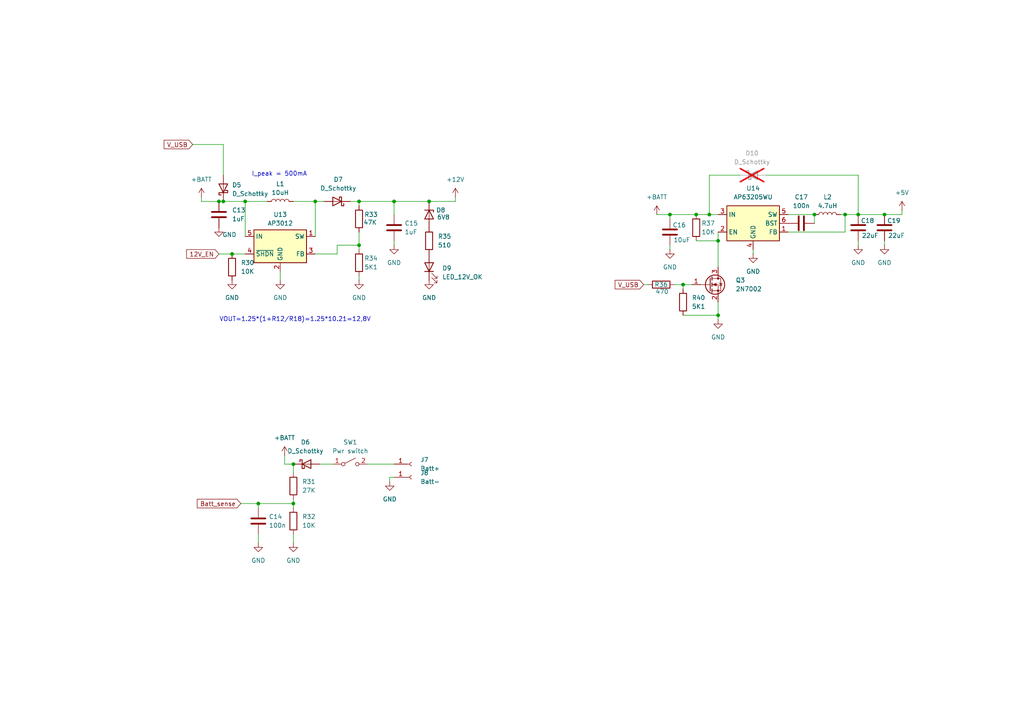
<source format=kicad_sch>
(kicad_sch (version 20231120) (generator "eeschema") (generator_version "8.0")
  (paper "A4")
  (lib_symbols
    (symbol "Connector:Conn_01x01_Socket" (pin_names (offset 1.016) hide)
      (property "Reference" "J" (at 0 2.54 0))
      (property "Value" "Conn_01x01_Socket" (at 0 -2.54 0))
      (symbol "Conn_01x01_Socket_1_1"
        (polyline (pts (xy -1.27 0) (xy -0.508 0)) (stroke (width 0.1524)))
        (arc (start 0 0.508) (mid -0.5058 0) (end 0 -0.508) (stroke (width 0.1524)))
        (pin passive line (at -5.08 0 0) (length 3.81) (name "Pin_1") (number "1"))
      )
    )
    (symbol "Device:C" (pin_numbers hide) (pin_names (offset 0.254))
      (property "Reference" "C" (at 0.635 2.54 0))
      (property "Value" "C" (at 0.635 -2.54 0))
      (symbol "C_0_1"
        (polyline (pts (xy -2.032 -0.762) (xy 2.032 -0.762)) (stroke (width 0.508)))
        (polyline (pts (xy -2.032 0.762) (xy 2.032 0.762)) (stroke (width 0.508)))
      )
      (symbol "C_1_1"
        (pin passive line (at 0 3.81 270) (length 2.794) (name "~") (number "1"))
        (pin passive line (at 0 -3.81 90) (length 2.794) (name "~") (number "2"))
      )
    )
    (symbol "Device:D_Schottky" (pin_numbers hide) (pin_names (offset 1.016) hide)
      (property "Reference" "D" (at 0 2.54 0))
      (property "Value" "D_Schottky" (at 0 -2.54 0))
      (symbol "D_Schottky_0_1"
        (polyline (pts (xy 1.27 0) (xy -1.27 0)))
        (polyline (pts (xy 1.27 1.27) (xy 1.27 -1.27) (xy -1.27 0) (xy 1.27 1.27)) (stroke (width 0.254)))
        (polyline (pts (xy -1.905 0.635) (xy -1.905 1.27) (xy -1.27 1.27) (xy -1.27 -1.27) (xy -0.635 -1.27) (xy -0.635 -0.635)) (stroke (width 0.254)))
      )
      (symbol "D_Schottky_1_1"
        (pin passive line (at -3.81 0 0) (length 2.54) (name "K") (number "1"))
        (pin passive line (at 3.81 0 180) (length 2.54) (name "A") (number "2"))
      )
    )
    (symbol "Device:D_Zener" (pin_numbers hide) (pin_names (offset 1.016) hide)
      (property "Reference" "D" (at 0 2.54 0))
      (property "Value" "D_Zener" (at 0 -2.54 0))
      (symbol "D_Zener_0_1"
        (polyline (pts (xy 1.27 0) (xy -1.27 0)))
        (polyline (pts (xy -1.27 -1.27) (xy -1.27 1.27) (xy -0.762 1.27)) (stroke (width 0.254)))
        (polyline (pts (xy 1.27 -1.27) (xy 1.27 1.27) (xy -1.27 0) (xy 1.27 -1.27)) (stroke (width 0.254)))
      )
      (symbol "D_Zener_1_1"
        (pin passive line (at -3.81 0 0) (length 2.54) (name "K") (number "1"))
        (pin passive line (at 3.81 0 180) (length 2.54) (name "A") (number "2"))
      )
    )
    (symbol "Device:L" (pin_numbers hide) (pin_names (offset 1.016) hide)
      (property "Reference" "L" (at -1.27 0 90))
      (property "Value" "L" (at 1.905 0 90))
      (symbol "L_0_1"
        (arc (start 0 -2.54) (mid 0.6323 -1.905) (end 0 -1.27))
        (arc (start 0 -1.27) (mid 0.6323 -0.635) (end 0 0))
        (arc (start 0 0) (mid 0.6323 0.635) (end 0 1.27))
        (arc (start 0 1.27) (mid 0.6323 1.905) (end 0 2.54))
      )
      (symbol "L_1_1"
        (pin passive line (at 0 3.81 270) (length 1.27) (name "1") (number "1"))
        (pin passive line (at 0 -3.81 90) (length 1.27) (name "2") (number "2"))
      )
    )
    (symbol "Device:LED" (pin_numbers hide) (pin_names (offset 1.016) hide)
      (property "Reference" "D" (at 0 2.54 0))
      (property "Value" "LED" (at 0 -2.54 0))
      (symbol "LED_0_1"
        (polyline (pts (xy -1.27 -1.27) (xy -1.27 1.27)) (stroke (width 0.254)))
        (polyline (pts (xy -1.27 0) (xy 1.27 0)))
        (polyline (pts (xy 1.27 -1.27) (xy 1.27 1.27) (xy -1.27 0) (xy 1.27 -1.27)) (stroke (width 0.254)))
        (polyline (pts (xy -3.048 -0.762) (xy -4.572 -2.286) (xy -3.81 -2.286) (xy -4.572 -2.286) (xy -4.572 -1.524)))
        (polyline (pts (xy -1.778 -0.762) (xy -3.302 -2.286) (xy -2.54 -2.286) (xy -3.302 -2.286) (xy -3.302 -1.524)))
      )
      (symbol "LED_1_1"
        (pin passive line (at -3.81 0 0) (length 2.54) (name "K") (number "1"))
        (pin passive line (at 3.81 0 180) (length 2.54) (name "A") (number "2"))
      )
    )
    (symbol "Device:R" (pin_numbers hide) (pin_names (offset 0))
      (property "Reference" "R" (at 2.032 0 90))
      (property "Value" "R" (at 0 0 90))
      (symbol "R_0_1"
        (rectangle (start -1.016 -2.54) (end 1.016 2.54) (stroke (width 0.254)))
      )
      (symbol "R_1_1"
        (pin passive line (at 0 3.81 270) (length 1.27) (name "~") (number "1"))
        (pin passive line (at 0 -3.81 90) (length 1.27) (name "~") (number "2"))
      )
    )
    (symbol "Regulator_Switching:AP3012"
      (property "Reference" "U" (at -7.62 5.715 0))
      (property "Value" "AP3012" (at 0 5.715 0))
      (symbol "AP3012_0_1"
        (rectangle (start -7.62 4.445) (end 7.62 -5.08) (stroke (width 0.254)) (fill (type background)))
      )
      (symbol "AP3012_1_1"
        (pin passive line (at 10.16 2.54 180) (length 2.54) (name "SW") (number "1"))
        (pin power_in line (at 0 -7.62 90) (length 2.54) (name "GND") (number "2"))
        (pin input line (at 10.16 -2.54 180) (length 2.54) (name "FB") (number "3"))
        (pin input line (at -10.16 -2.54 0) (length 2.54) (name "~{SHDN}") (number "4"))
        (pin power_in line (at -10.16 2.54 0) (length 2.54) (name "IN") (number "5"))
      )
    )
    (symbol "Regulator_Switching:AP63205WU"
      (property "Reference" "U" (at -7.62 6.35 0))
      (property "Value" "AP63205WU" (at 2.54 6.35 0))
      (symbol "AP63205WU_0_1"
        (rectangle (start -7.62 5.08) (end 7.62 -5.08) (stroke (width 0.254)) (fill (type background)))
      )
      (symbol "AP63205WU_1_1"
        (pin input line (at 10.16 -2.54 180) (length 2.54) (name "FB") (number "1"))
        (pin input line (at -10.16 -2.54 0) (length 2.54) (name "EN") (number "2"))
        (pin power_in line (at -10.16 2.54 0) (length 2.54) (name "IN") (number "3"))
        (pin power_in line (at 0 -7.62 90) (length 2.54) (name "GND") (number "4"))
        (pin output line (at 10.16 2.54 180) (length 2.54) (name "SW") (number "5"))
        (pin passive line (at 10.16 0 180) (length 2.54) (name "BST") (number "6"))
      )
    )
    (symbol "Switch:SW_SPST" (pin_names (offset 0) hide)
      (property "Reference" "SW" (at 0 3.175 0))
      (property "Value" "SW_SPST" (at 0 -2.54 0))
      (symbol "SW_SPST_0_0"
        (circle (center -2.032 0) (radius 0.508))
        (polyline (pts (xy -1.524 0.254) (xy 1.524 1.778)))
        (circle (center 2.032 0) (radius 0.508))
      )
      (symbol "SW_SPST_1_1"
        (pin passive line (at -5.08 0 0) (length 2.54) (name "A") (number "1"))
        (pin passive line (at 5.08 0 180) (length 2.54) (name "B") (number "2"))
      )
    )
    (symbol "Transistor_FET:2N7002" (pin_names hide)
      (property "Reference" "Q" (at 5.08 1.905 0))
      (property "Value" "2N7002" (at 5.08 0 0))
      (symbol "2N7002_0_1"
        (polyline (pts (xy 0.254 0) (xy -2.54 0)))
        (polyline (pts (xy 0.254 1.905) (xy 0.254 -1.905)) (stroke (width 0.254)))
        (polyline (pts (xy 0.762 -1.27) (xy 0.762 -2.286)) (stroke (width 0.254)))
        (polyline (pts (xy 0.762 0.508) (xy 0.762 -0.508)) (stroke (width 0.254)))
        (polyline (pts (xy 0.762 2.286) (xy 0.762 1.27)) (stroke (width 0.254)))
        (polyline (pts (xy 2.54 2.54) (xy 2.54 1.778)))
        (polyline (pts (xy 2.54 -2.54) (xy 2.54 0) (xy 0.762 0)))
        (polyline (pts (xy 0.762 -1.778) (xy 3.302 -1.778) (xy 3.302 1.778) (xy 0.762 1.778)))
        (polyline (pts (xy 1.016 0) (xy 2.032 0.381) (xy 2.032 -0.381) (xy 1.016 0)) (fill (type outline)))
        (polyline (pts (xy 2.794 0.508) (xy 2.921 0.381) (xy 3.683 0.381) (xy 3.81 0.254)))
        (polyline (pts (xy 3.302 0.381) (xy 2.921 -0.254) (xy 3.683 -0.254) (xy 3.302 0.381)))
        (circle (center 1.651 0) (radius 2.794) (stroke (width 0.254)))
        (circle (center 2.54 -1.778) (radius 0.254) (fill (type outline)))
        (circle (center 2.54 1.778) (radius 0.254) (fill (type outline)))
      )
      (symbol "2N7002_1_1"
        (pin input line (at -5.08 0 0) (length 2.54) (name "G") (number "1"))
        (pin passive line (at 2.54 -5.08 90) (length 2.54) (name "S") (number "2"))
        (pin passive line (at 2.54 5.08 270) (length 2.54) (name "D") (number "3"))
      )
    )
    (symbol "power:+12V" (power) (pin_numbers hide) (pin_names (offset 0) hide)
      (property "Value" "+12V" (at 0 3.556 0))
      (symbol "+12V_0_1"
        (polyline (pts (xy -0.762 1.27) (xy 0 2.54)))
        (polyline (pts (xy 0 0) (xy 0 2.54)))
        (polyline (pts (xy 0 2.54) (xy 0.762 1.27)))
      )
      (symbol "+12V_1_1"
        (pin power_in line (at 0 0 90) (length 0) (name "~") (number "1"))
      )
    )
    (symbol "power:+5V" (power) (pin_numbers hide) (pin_names (offset 0) hide)
      (property "Value" "+5V" (at 0 3.556 0))
      (symbol "+5V_0_1"
        (polyline (pts (xy -0.762 1.27) (xy 0 2.54)))
        (polyline (pts (xy 0 0) (xy 0 2.54)))
        (polyline (pts (xy 0 2.54) (xy 0.762 1.27)))
      )
      (symbol "+5V_1_1"
        (pin power_in line (at 0 0 90) (length 0) (name "~") (number "1"))
      )
    )
    (symbol "power:+BATT" (power) (pin_numbers hide) (pin_names (offset 0) hide)
      (property "Value" "+BATT" (at 0 3.556 0))
      (symbol "+BATT_0_1"
        (polyline (pts (xy -0.762 1.27) (xy 0 2.54)))
        (polyline (pts (xy 0 0) (xy 0 2.54)))
        (polyline (pts (xy 0 2.54) (xy 0.762 1.27)))
      )
      (symbol "+BATT_1_1"
        (pin power_in line (at 0 0 90) (length 0) (name "~") (number "1"))
      )
    )
    (symbol "power:GND" (power) (pin_numbers hide) (pin_names (offset 0) hide)
      (property "Value" "GND" (at 0 -3.81 0))
      (symbol "GND_0_1"
        (polyline (pts (xy 0 0) (xy 0 -1.27) (xy 1.27 -1.27) (xy 0 -2.54) (xy -1.27 -1.27) (xy 0 -1.27)))
      )
      (symbol "GND_1_1"
        (pin power_in line (at 0 0 270) (length 0) (name "~") (number "1"))
      )
    )
  )
  (junction (at 248.92 62.23))
  (junction (at 104.14 58.42))
  (junction (at 198.12 82.55))
  (junction (at 201.93 62.23))
  (junction (at 208.28 69.85))
  (junction (at 63.5 58.42))
  (junction (at 67.31 73.66))
  (junction (at 194.31 62.23))
  (junction (at 74.93 146.05))
  (junction (at 104.14 71.12))
  (junction (at 236.22 62.23))
  (junction (at 85.09 146.05))
  (junction (at 85.09 134.62))
  (junction (at 64.77 58.42))
  (junction (at 124.46 58.42))
  (junction (at 71.12 58.42))
  (junction (at 208.28 91.44))
  (junction (at 205.74 62.23))
  (junction (at 91.44 58.42))
  (junction (at 256.54 62.23))
  (junction (at 245.11 62.23))
  (junction (at 114.3 58.42))
  (wire (pts (xy 208.28 69.85) (xy 208.28 77.47)))
  (wire (pts (xy 256.54 69.85) (xy 256.54 71.12)))
  (wire (pts (xy 201.93 62.23) (xy 205.74 62.23)))
  (wire (pts (xy 58.42 58.42) (xy 63.5 58.42)))
  (wire (pts (xy 97.79 73.66) (xy 91.44 73.66)))
  (wire (pts (xy 214.63 50.8) (xy 205.74 50.8)))
  (wire (pts (xy 64.77 41.91) (xy 64.77 50.8)))
  (wire (pts (xy 245.11 67.31) (xy 245.11 62.23)))
  (wire (pts (xy 82.55 134.62) (xy 82.55 132.08)))
  (wire (pts (xy 198.12 82.55) (xy 198.12 83.82)))
  (wire (pts (xy 85.09 146.05) (xy 85.09 147.32)))
  (wire (pts (xy 248.92 69.85) (xy 248.92 71.12)))
  (wire (pts (xy 208.28 67.31) (xy 208.28 69.85)))
  (wire (pts (xy 104.14 80.01) (xy 104.14 81.28)))
  (wire (pts (xy 248.92 62.23) (xy 256.54 62.23)))
  (wire (pts (xy 69.85 146.05) (xy 74.93 146.05)))
  (wire (pts (xy 245.11 62.23) (xy 248.92 62.23)))
  (wire (pts (xy 186.69 82.55) (xy 187.96 82.55)))
  (wire (pts (xy 85.09 134.62) (xy 85.09 137.16)))
  (wire (pts (xy 71.12 58.42) (xy 77.47 58.42)))
  (wire (pts (xy 124.46 58.42) (xy 132.08 58.42)))
  (wire (pts (xy 74.93 154.94) (xy 74.93 157.48)))
  (wire (pts (xy 205.74 62.23) (xy 208.28 62.23)))
  (wire (pts (xy 222.25 50.8) (xy 248.92 50.8)))
  (wire (pts (xy 114.3 58.42) (xy 124.46 58.42)))
  (wire (pts (xy 101.6 58.42) (xy 104.14 58.42)))
  (wire (pts (xy 85.09 58.42) (xy 91.44 58.42)))
  (wire (pts (xy 198.12 82.55) (xy 200.66 82.55)))
  (wire (pts (xy 205.74 50.8) (xy 205.74 62.23)))
  (wire (pts (xy 256.54 62.23) (xy 261.62 62.23)))
  (wire (pts (xy 248.92 50.8) (xy 248.92 62.23)))
  (wire (pts (xy 245.11 62.23) (xy 243.84 62.23)))
  (wire (pts (xy 64.77 58.42) (xy 71.12 58.42)))
  (wire (pts (xy 114.3 69.85) (xy 114.3 71.12)))
  (wire (pts (xy 92.71 134.62) (xy 96.52 134.62)))
  (wire (pts (xy 67.31 73.66) (xy 71.12 73.66)))
  (wire (pts (xy 195.58 82.55) (xy 198.12 82.55)))
  (wire (pts (xy 104.14 58.42) (xy 104.14 59.69)))
  (wire (pts (xy 63.5 73.66) (xy 67.31 73.66)))
  (wire (pts (xy 85.09 144.78) (xy 85.09 146.05)))
  (wire (pts (xy 74.93 146.05) (xy 74.93 147.32)))
  (wire (pts (xy 97.79 71.12) (xy 97.79 73.66)))
  (wire (pts (xy 132.08 58.42) (xy 132.08 57.15)))
  (wire (pts (xy 228.6 62.23) (xy 236.22 62.23)))
  (wire (pts (xy 208.28 91.44) (xy 208.28 87.63)))
  (wire (pts (xy 91.44 58.42) (xy 91.44 68.58)))
  (wire (pts (xy 91.44 58.42) (xy 93.98 58.42)))
  (wire (pts (xy 104.14 71.12) (xy 97.79 71.12)))
  (wire (pts (xy 113.03 138.43) (xy 114.3 138.43)))
  (wire (pts (xy 218.44 72.39) (xy 218.44 73.66)))
  (wire (pts (xy 228.6 67.31) (xy 245.11 67.31)))
  (wire (pts (xy 198.12 91.44) (xy 208.28 91.44)))
  (wire (pts (xy 85.09 134.62) (xy 82.55 134.62)))
  (wire (pts (xy 71.12 68.58) (xy 71.12 58.42)))
  (wire (pts (xy 85.09 154.94) (xy 85.09 157.48)))
  (wire (pts (xy 58.42 57.15) (xy 58.42 58.42)))
  (wire (pts (xy 104.14 58.42) (xy 114.3 58.42)))
  (wire (pts (xy 55.88 41.91) (xy 64.77 41.91)))
  (wire (pts (xy 236.22 62.23) (xy 236.22 64.77)))
  (wire (pts (xy 104.14 71.12) (xy 104.14 72.39)))
  (wire (pts (xy 106.68 134.62) (xy 114.3 134.62)))
  (wire (pts (xy 194.31 71.12) (xy 194.31 72.39)))
  (wire (pts (xy 104.14 67.31) (xy 104.14 71.12)))
  (wire (pts (xy 113.03 139.7) (xy 113.03 138.43)))
  (wire (pts (xy 201.93 69.85) (xy 208.28 69.85)))
  (wire (pts (xy 194.31 62.23) (xy 201.93 62.23)))
  (wire (pts (xy 208.28 92.71) (xy 208.28 91.44)))
  (wire (pts (xy 261.62 62.23) (xy 261.62 60.96)))
  (wire (pts (xy 114.3 62.23) (xy 114.3 58.42)))
  (wire (pts (xy 74.93 146.05) (xy 85.09 146.05)))
  (wire (pts (xy 63.5 58.42) (xy 64.77 58.42)))
  (wire (pts (xy 194.31 62.23) (xy 194.31 63.5)))
  (wire (pts (xy 190.5 62.23) (xy 194.31 62.23)))
  (wire (pts (xy 81.28 78.74) (xy 81.28 81.28)))
  (text "I_peak = 500mA" (at 81.026 50.546 0) (effects (font (size 1.27 1.27))))
  (text "VOUT=1.25*(1+R12/R18)=1.25*10.21=12,8V" (at 85.598 92.71 0) (effects (font (size 1.27 1.27))))
  (global_label "12V_EN" (shape input) (at 63.5 73.66 180) (property "Intersheetrefs" "${INTERSHEET_REFS}" (effects (hide yes))))
  (global_label "V_USB" (shape input) (at 55.88 41.91 180) (property "Intersheetrefs" "${INTERSHEET_REFS}" (effects (hide yes))))
  (global_label "V_USB" (shape input) (at 186.69 82.55 180) (property "Intersheetrefs" "${INTERSHEET_REFS}" (effects (hide yes))))
  (global_label "Batt_sense" (shape input) (at 69.85 146.05 180) (property "Intersheetrefs" "${INTERSHEET_REFS}" (effects (hide yes))))
  (symbol (lib_id "Device:R") (at 124.46 69.85 0) (unit 1)
    (property "Reference" "R35" (at 127 68.5799 0) (effects (justify left)))
    (property "Value" "510" (at 127 71.1199 0) (effects (justify left)))
    (property "Description" "Resistor" (effects (hide yes)))
  )
  (symbol (lib_id "power:GND") (at 67.31 81.28 0) (unit 1)
    (property "Reference" "#PWR048" (effects (hide yes)))
    (property "Value" "GND" (at 67.31 86.36 0))
    (property "Description" "Power symbol creates a global label with name \"GND\" , ground" (effects (hide yes)))
  )
  (symbol (lib_id "power:GND") (at 81.28 81.28 0) (unit 1)
    (property "Reference" "#PWR050" (effects (hide yes)))
    (property "Value" "GND" (at 81.28 86.36 0))
    (property "Description" "Power symbol creates a global label with name \"GND\" , ground" (effects (hide yes)))
  )
  (symbol (lib_id "Device:R") (at 104.14 63.5 0) (unit 1)
    (property "Reference" "R33" (at 105.664 62.23 0) (effects (justify left)))
    (property "Value" "47K" (at 105.41 64.516 0) (effects (justify left)))
    (property "Description" "Resistor" (effects (hide yes)))
  )
  (symbol (lib_id "power:+5V") (at 261.62 60.96 0) (unit 1)
    (property "Reference" "#PWR064" (effects (hide yes)))
    (property "Value" "+5V" (at 261.62 55.88 0))
    (property "Description" "Power symbol creates a global label with name \"+5V\"" (effects (hide yes)))
  )
  (symbol (lib_id "Regulator_Switching:AP63205WU") (at 218.44 64.77 0) (unit 1)
    (property "Reference" "U14" (at 218.44 54.61 0))
    (property "Value" "AP63205WU" (at 218.44 57.15 0))
    (property "Footprint" "Package_TO_SOT_SMD:TSOT-23-6" (effects (hide yes)))
    (property "Datasheet" "https://www.diodes.com/assets/Datasheets/AP63200-AP63201-AP63203-AP63205.pdf" (effects (hide yes)))
    (property "Description" "2A, 1.1MHz Buck DC/DC Converter, fixed 5.0V output voltage, TSOT-23-6" (effects (hide yes)))
  )
  (symbol (lib_id "Device:R") (at 85.09 151.13 0) (unit 1)
    (property "Reference" "R32" (at 87.63 149.8599 0) (effects (justify left)))
    (property "Value" "10K" (at 87.63 152.3999 0) (effects (justify left)))
    (property "Description" "Resistor" (effects (hide yes)))
  )
  (symbol (lib_id "Device:L") (at 81.28 58.42 90) (unit 1)
    (property "Reference" "L1" (at 81.28 53.34 90))
    (property "Value" "10uH" (at 81.28 55.88 90))
    (property "Description" "Inductor" (effects (hide yes)))
  )
  (symbol (lib_id "Device:R") (at 85.09 140.97 0) (unit 1)
    (property "Reference" "R31" (at 87.63 139.6999 0) (effects (justify left)))
    (property "Value" "27K" (at 87.63 142.2399 0) (effects (justify left)))
    (property "Description" "Resistor" (effects (hide yes)))
  )
  (symbol (lib_id "Device:D_Schottky") (at 218.44 50.8 0) (unit 1) (dnp yes)
    (property "Reference" "D10" (at 218.1225 44.45 0))
    (property "Value" "D_Schottky" (at 218.1225 46.99 0))
    (property "Description" "Schottky diode" (effects (hide yes)))
  )
  (symbol (lib_id "Device:C") (at 114.3 66.04 0) (unit 1)
    (property "Reference" "C15" (at 117.348 64.77 0) (effects (justify left)))
    (property "Value" "1uF" (at 117.348 67.31 0) (effects (justify left)))
    (property "Description" "Unpolarized capacitor" (effects (hide yes)))
  )
  (symbol (lib_id "power:GND") (at 104.14 81.28 0) (unit 1)
    (property "Reference" "#PWR053" (effects (hide yes)))
    (property "Value" "GND" (at 104.14 86.36 0))
    (property "Description" "Power symbol creates a global label with name \"GND\" , ground" (effects (hide yes)))
  )
  (symbol (lib_id "Device:D_Schottky") (at 64.77 54.61 90) (unit 1)
    (property "Reference" "D5" (at 67.31 53.6574 90) (effects (justify right)))
    (property "Value" "D_Schottky" (at 67.31 56.1974 90) (effects (justify right)))
    (property "Description" "Schottky diode" (effects (hide yes)))
  )
  (symbol (lib_id "Device:C") (at 256.54 66.04 180) (unit 1)
    (property "Reference" "C19" (at 257.302 64.008 0) (effects (justify right)))
    (property "Value" "22uF" (at 257.556 68.326 0) (effects (justify right)))
    (property "Description" "Unpolarized capacitor" (effects (hide yes)))
  )
  (symbol (lib_id "Device:R") (at 198.12 87.63 0) (unit 1)
    (property "Reference" "R40" (at 200.66 86.3599 0) (effects (justify left)))
    (property "Value" "5K1" (at 200.66 88.8999 0) (effects (justify left)))
    (property "Description" "Resistor" (effects (hide yes)))
  )
  (symbol (lib_id "Regulator_Switching:AP3012") (at 81.28 71.12 0) (unit 1)
    (property "Reference" "U13" (at 81.28 62.23 0))
    (property "Value" "AP3012" (at 81.28 64.77 0))
    (property "Footprint" "Package_TO_SOT_SMD:SOT-23-5" (effects (hide yes)))
    (property "Datasheet" "https://www.diodes.com/assets/Datasheets/AP3012.pdf" (effects (hide yes)))
    (property "Description" "500mA, Adjustable Step-Up Voltage Regulator, 1.5MHz Frequency, SOT-23-5" (effects (hide yes)))
  )
  (symbol (lib_id "Device:D_Zener") (at 124.46 62.23 270) (unit 1)
    (property "Reference" "D8" (at 126.492 60.96 90) (effects (justify left)))
    (property "Value" "6V8" (at 126.746 62.992 90) (effects (justify left)))
    (property "Description" "Zener diode" (effects (hide yes)))
  )
  (symbol (lib_id "power:GND") (at 113.03 139.7 0) (unit 1)
    (property "Reference" "#PWR054" (effects (hide yes)))
    (property "Value" "GND" (at 113.03 144.78 0))
    (property "Description" "Power symbol creates a global label with name \"GND\" , ground" (effects (hide yes)))
  )
  (symbol (lib_id "power:GND") (at 248.92 71.12 0) (unit 1)
    (property "Reference" "#PWR062" (effects (hide yes)))
    (property "Value" "GND" (at 248.92 76.2 0))
    (property "Description" "Power symbol creates a global label with name \"GND\" , ground" (effects (hide yes)))
  )
  (symbol (lib_id "Switch:SW_SPST") (at 101.6 134.62 0) (unit 1)
    (property "Reference" "SW1" (at 101.6 128.27 0))
    (property "Value" "Pwr switch" (at 101.6 130.81 0))
    (property "Description" "Single Pole Single Throw (SPST) switch" (effects (hide yes)))
  )
  (symbol (lib_id "power:GND") (at 63.5 66.04 0) (unit 1)
    (property "Reference" "#PWR047" (effects (hide yes)))
    (property "Value" "GND" (at 66.548 68.072 0))
    (property "Description" "Power symbol creates a global label with name \"GND\" , ground" (effects (hide yes)))
  )
  (symbol (lib_id "Connector:Conn_01x01_Socket") (at 119.38 134.62 0) (unit 1)
    (property "Reference" "J7" (at 121.92 133.3499 0) (effects (justify left)))
    (property "Value" "Batt+" (at 121.92 135.8899 0) (effects (justify left)))
    (property "Description" "Generic connector, single row, 01x01, script generated" (effects (hide yes)))
  )
  (symbol (lib_id "power:GND") (at 208.28 92.71 0) (unit 1)
    (property "Reference" "#PWR060" (effects (hide yes)))
    (property "Value" "GND" (at 208.28 97.79 0))
    (property "Description" "Power symbol creates a global label with name \"GND\" , ground" (effects (hide yes)))
  )
  (symbol (lib_id "Device:R") (at 67.31 77.47 0) (unit 1)
    (property "Reference" "R30" (at 69.85 76.1999 0) (effects (justify left)))
    (property "Value" "10K" (at 69.85 78.7399 0) (effects (justify left)))
    (property "Description" "Resistor" (effects (hide yes)))
  )
  (symbol (lib_id "Device:C") (at 74.93 151.13 0) (unit 1)
    (property "Reference" "C14" (at 77.978 149.86 0) (effects (justify left)))
    (property "Value" "100n" (at 77.978 152.4 0) (effects (justify left)))
    (property "Description" "Unpolarized capacitor" (effects (hide yes)))
  )
  (symbol (lib_id "power:+BATT") (at 58.42 57.15 0) (unit 1)
    (property "Reference" "#PWR045" (effects (hide yes)))
    (property "Value" "+BATT" (at 58.42 52.07 0))
    (property "Description" "Power symbol creates a global label with name \"+BATT\"" (effects (hide yes)))
  )
  (symbol (lib_id "power:GND") (at 85.09 157.48 0) (unit 1)
    (property "Reference" "#PWR052" (effects (hide yes)))
    (property "Value" "GND" (at 85.09 162.56 0))
    (property "Description" "Power symbol creates a global label with name \"GND\" , ground" (effects (hide yes)))
  )
  (symbol (lib_id "power:+BATT") (at 190.5 62.23 0) (unit 1)
    (property "Reference" "#PWR058" (effects (hide yes)))
    (property "Value" "+BATT" (at 190.5 57.15 0))
    (property "Description" "Power symbol creates a global label with name \"+BATT\"" (effects (hide yes)))
  )
  (symbol (lib_id "Device:R") (at 191.77 82.55 90) (unit 1)
    (property "Reference" "R36" (at 191.77 82.55 90))
    (property "Value" "470" (at 192.024 84.582 90))
    (property "Description" "Resistor" (effects (hide yes)))
  )
  (symbol (lib_id "power:GND") (at 194.31 72.39 0) (unit 1)
    (property "Reference" "#PWR059" (effects (hide yes)))
    (property "Value" "GND" (at 194.31 77.47 0))
    (property "Description" "Power symbol creates a global label with name \"GND\" , ground" (effects (hide yes)))
  )
  (symbol (lib_id "Device:C") (at 194.31 67.31 180) (unit 1)
    (property "Reference" "C16" (at 195.072 65.278 0) (effects (justify right)))
    (property "Value" "10uF" (at 195.326 69.596 0) (effects (justify right)))
    (property "Description" "Unpolarized capacitor" (effects (hide yes)))
  )
  (symbol (lib_id "power:GND") (at 218.44 73.66 0) (unit 1)
    (property "Reference" "#PWR061" (effects (hide yes)))
    (property "Value" "GND" (at 218.44 78.74 0))
    (property "Description" "Power symbol creates a global label with name \"GND\" , ground" (effects (hide yes)))
  )
  (symbol (lib_id "Device:C") (at 63.5 62.23 0) (unit 1)
    (property "Reference" "C13" (at 67.31 60.9599 0) (effects (justify left)))
    (property "Value" "1uF" (at 67.31 63.4999 0) (effects (justify left)))
    (property "Description" "Unpolarized capacitor" (effects (hide yes)))
  )
  (symbol (lib_id "Transistor_FET:2N7002") (at 205.74 82.55 0) (unit 1)
    (property "Reference" "Q3" (at 213.36 81.2799 0) (effects (justify left)))
    (property "Value" "2N7002" (at 213.36 83.8199 0) (effects (justify left)))
    (property "Footprint" "Package_TO_SOT_SMD:SOT-23" (effects (hide yes)))
    (property "Datasheet" "https://www.onsemi.com/pub/Collateral/NDS7002A-D.PDF" (effects (hide yes)))
    (property "Description" "0.115A Id, 60V Vds, N-Channel MOSFET, SOT-23" (effects (hide yes)))
  )
  (symbol (lib_id "Device:D_Schottky") (at 97.79 58.42 180) (unit 1)
    (property "Reference" "D7" (at 98.1075 52.07 0))
    (property "Value" "D_Schottky" (at 98.1075 54.61 0))
    (property "Description" "Schottky diode" (effects (hide yes)))
  )
  (symbol (lib_id "power:GND") (at 114.3 71.12 0) (unit 1)
    (property "Reference" "#PWR055" (effects (hide yes)))
    (property "Value" "GND" (at 114.3 76.2 0))
    (property "Description" "Power symbol creates a global label with name \"GND\" , ground" (effects (hide yes)))
  )
  (symbol (lib_id "Device:L") (at 240.03 62.23 90) (unit 1)
    (property "Reference" "L2" (at 240.03 57.15 90))
    (property "Value" "4.7uH" (at 240.03 59.69 90))
    (property "Description" "Inductor" (effects (hide yes)))
  )
  (symbol (lib_id "Device:LED") (at 124.46 77.47 90) (unit 1)
    (property "Reference" "D9" (at 128.27 77.7874 90) (effects (justify right)))
    (property "Value" "LED_12V_OK" (at 128.27 80.3274 90) (effects (justify right)))
    (property "Description" "Light emitting diode" (effects (hide yes)))
  )
  (symbol (lib_id "power:+BATT") (at 82.55 132.08 0) (unit 1)
    (property "Reference" "#PWR051" (effects (hide yes)))
    (property "Value" "+BATT" (at 82.55 127 0))
    (property "Description" "Power symbol creates a global label with name \"+BATT\"" (effects (hide yes)))
  )
  (symbol (lib_id "power:GND") (at 74.93 157.48 0) (unit 1)
    (property "Reference" "#PWR049" (effects (hide yes)))
    (property "Value" "GND" (at 74.93 162.56 0))
    (property "Description" "Power symbol creates a global label with name \"GND\" , ground" (effects (hide yes)))
  )
  (symbol (lib_id "Device:C") (at 232.41 64.77 90) (unit 1)
    (property "Reference" "C17" (at 232.41 57.15 90))
    (property "Value" "100n" (at 232.41 59.69 90))
    (property "Description" "Unpolarized capacitor" (effects (hide yes)))
  )
  (symbol (lib_id "power:GND") (at 124.46 81.28 0) (unit 1)
    (property "Reference" "#PWR056" (effects (hide yes)))
    (property "Value" "GND" (at 124.46 86.36 0))
    (property "Description" "Power symbol creates a global label with name \"GND\" , ground" (effects (hide yes)))
  )
  (symbol (lib_id "Connector:Conn_01x01_Socket") (at 119.38 138.43 0) (unit 1)
    (property "Reference" "J8" (at 121.92 137.1599 0) (effects (justify left)))
    (property "Value" "Batt-" (at 121.92 139.6999 0) (effects (justify left)))
    (property "Description" "Generic connector, single row, 01x01, script generated" (effects (hide yes)))
  )
  (symbol (lib_id "Device:R") (at 201.93 66.04 0) (unit 1)
    (property "Reference" "R37" (at 203.454 64.77 0) (effects (justify left)))
    (property "Value" "10K" (at 203.454 67.31 0) (effects (justify left)))
    (property "Description" "Resistor" (effects (hide yes)))
  )
  (symbol (lib_id "Device:R") (at 104.14 76.2 0) (unit 1)
    (property "Reference" "R34" (at 105.664 74.93 0) (effects (justify left)))
    (property "Value" "5K1" (at 105.664 77.47 0) (effects (justify left)))
    (property "Description" "Resistor" (effects (hide yes)))
  )
  (symbol (lib_id "power:GND") (at 256.54 71.12 0) (unit 1)
    (property "Reference" "#PWR063" (effects (hide yes)))
    (property "Value" "GND" (at 256.54 76.2 0))
    (property "Description" "Power symbol creates a global label with name \"GND\" , ground" (effects (hide yes)))
  )
  (symbol (lib_id "Device:D_Schottky") (at 88.9 134.62 0) (unit 1)
    (property "Reference" "D6" (at 88.5825 128.27 0))
    (property "Value" "D_Schottky" (at 88.5825 130.81 0))
    (property "Description" "Schottky diode" (effects (hide yes)))
  )
  (symbol (lib_id "Device:C") (at 248.92 66.04 180) (unit 1)
    (property "Reference" "C18" (at 249.682 64.008 0) (effects (justify right)))
    (property "Value" "22uF" (at 249.936 68.326 0) (effects (justify right)))
    (property "Description" "Unpolarized capacitor" (effects (hide yes)))
  )
  (symbol (lib_id "power:+12V") (at 132.08 57.15 0) (unit 1)
    (property "Reference" "#PWR057" (effects (hide yes)))
    (property "Value" "+12V" (at 132.08 52.07 0))
    (property "Description" "Power symbol creates a global label with name \"+12V\"" (effects (hide yes)))
  )
)
</source>
